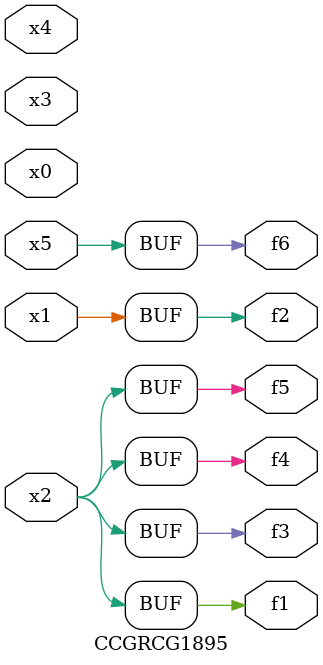
<source format=v>
module CCGRCG1895(
	input x0, x1, x2, x3, x4, x5,
	output f1, f2, f3, f4, f5, f6
);
	assign f1 = x2;
	assign f2 = x1;
	assign f3 = x2;
	assign f4 = x2;
	assign f5 = x2;
	assign f6 = x5;
endmodule

</source>
